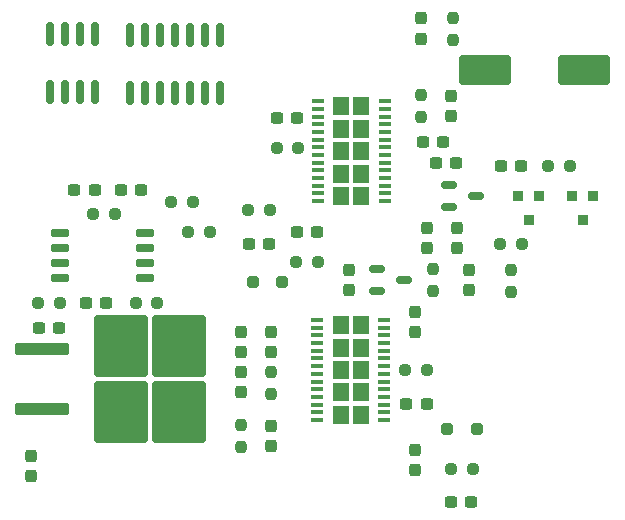
<source format=gtp>
%TF.GenerationSoftware,KiCad,Pcbnew,7.0.5*%
%TF.CreationDate,2024-08-01T11:48:32+09:00*%
%TF.ProjectId,Arduini-Sheild_L6470-rs485-canfd,41726475-696e-4692-9d53-6865696c645f,rev?*%
%TF.SameCoordinates,Original*%
%TF.FileFunction,Paste,Top*%
%TF.FilePolarity,Positive*%
%FSLAX46Y46*%
G04 Gerber Fmt 4.6, Leading zero omitted, Abs format (unit mm)*
G04 Created by KiCad (PCBNEW 7.0.5) date 2024-08-01 11:48:32*
%MOMM*%
%LPD*%
G01*
G04 APERTURE LIST*
G04 Aperture macros list*
%AMRoundRect*
0 Rectangle with rounded corners*
0 $1 Rounding radius*
0 $2 $3 $4 $5 $6 $7 $8 $9 X,Y pos of 4 corners*
0 Add a 4 corners polygon primitive as box body*
4,1,4,$2,$3,$4,$5,$6,$7,$8,$9,$2,$3,0*
0 Add four circle primitives for the rounded corners*
1,1,$1+$1,$2,$3*
1,1,$1+$1,$4,$5*
1,1,$1+$1,$6,$7*
1,1,$1+$1,$8,$9*
0 Add four rect primitives between the rounded corners*
20,1,$1+$1,$2,$3,$4,$5,0*
20,1,$1+$1,$4,$5,$6,$7,0*
20,1,$1+$1,$6,$7,$8,$9,0*
20,1,$1+$1,$8,$9,$2,$3,0*%
G04 Aperture macros list end*
%ADD10R,0.914400X0.914400*%
%ADD11RoundRect,0.237500X0.237500X-0.250000X0.237500X0.250000X-0.237500X0.250000X-0.237500X-0.250000X0*%
%ADD12RoundRect,0.237500X0.237500X-0.300000X0.237500X0.300000X-0.237500X0.300000X-0.237500X-0.300000X0*%
%ADD13RoundRect,0.237500X-0.237500X0.300000X-0.237500X-0.300000X0.237500X-0.300000X0.237500X0.300000X0*%
%ADD14RoundRect,0.237500X-0.300000X-0.237500X0.300000X-0.237500X0.300000X0.237500X-0.300000X0.237500X0*%
%ADD15RoundRect,0.237500X-0.237500X0.250000X-0.237500X-0.250000X0.237500X-0.250000X0.237500X0.250000X0*%
%ADD16RoundRect,0.237500X-0.250000X-0.237500X0.250000X-0.237500X0.250000X0.237500X-0.250000X0.237500X0*%
%ADD17RoundRect,0.250000X-2.050000X-0.300000X2.050000X-0.300000X2.050000X0.300000X-2.050000X0.300000X0*%
%ADD18RoundRect,0.250000X-2.025000X-2.375000X2.025000X-2.375000X2.025000X2.375000X-2.025000X2.375000X0*%
%ADD19RoundRect,0.150000X-0.512500X-0.150000X0.512500X-0.150000X0.512500X0.150000X-0.512500X0.150000X0*%
%ADD20RoundRect,0.150000X0.150000X-0.825000X0.150000X0.825000X-0.150000X0.825000X-0.150000X-0.825000X0*%
%ADD21RoundRect,0.237500X0.300000X0.237500X-0.300000X0.237500X-0.300000X-0.237500X0.300000X-0.237500X0*%
%ADD22RoundRect,0.250000X1.950000X1.000000X-1.950000X1.000000X-1.950000X-1.000000X1.950000X-1.000000X0*%
%ADD23RoundRect,0.250000X-0.250000X-0.250000X0.250000X-0.250000X0.250000X0.250000X-0.250000X0.250000X0*%
%ADD24R,1.400000X1.600000*%
%ADD25R,1.100000X0.400000*%
%ADD26RoundRect,0.150000X0.650000X0.150000X-0.650000X0.150000X-0.650000X-0.150000X0.650000X-0.150000X0*%
%ADD27RoundRect,0.250000X0.250000X0.250000X-0.250000X0.250000X-0.250000X-0.250000X0.250000X-0.250000X0*%
%ADD28RoundRect,0.237500X0.250000X0.237500X-0.250000X0.237500X-0.250000X-0.237500X0.250000X-0.237500X0*%
G04 APERTURE END LIST*
D10*
%TO.C,Q3*%
X156261000Y-67488000D03*
X154483000Y-67488000D03*
X155372000Y-69520000D03*
%TD*%
D11*
%TO.C,R18*%
X130988000Y-88720500D03*
X130988000Y-86895500D03*
%TD*%
D12*
%TO.C,C18*%
X140132000Y-75462500D03*
X140132000Y-73737500D03*
%TD*%
D13*
%TO.C,C21*%
X145720000Y-77293500D03*
X145720000Y-79018500D03*
%TD*%
D14*
%TO.C,C1*%
X113869500Y-78664000D03*
X115594500Y-78664000D03*
%TD*%
D15*
%TO.C,R13*%
X153848000Y-73791000D03*
X153848000Y-75616000D03*
%TD*%
D14*
%TO.C,C6*%
X135713500Y-70536000D03*
X137438500Y-70536000D03*
%TD*%
D13*
%TO.C,C16*%
X113208000Y-89485500D03*
X113208000Y-91210500D03*
%TD*%
D16*
%TO.C,R1*%
X126519500Y-70536000D03*
X128344500Y-70536000D03*
%TD*%
%TO.C,R3*%
X113819500Y-76543639D03*
X115644500Y-76543639D03*
%TD*%
D17*
%TO.C,U5*%
X114156675Y-80428966D03*
D18*
X120881675Y-80193966D03*
X120881675Y-85743966D03*
X125731675Y-80193966D03*
X125731675Y-85743966D03*
D17*
X114156675Y-85508966D03*
%TD*%
D16*
%TO.C,R4*%
X122092769Y-76506876D03*
X123917769Y-76506876D03*
%TD*%
%TO.C,R2*%
X118495000Y-69012000D03*
X120320000Y-69012000D03*
%TD*%
D10*
%TO.C,Q2*%
X160833000Y-67488000D03*
X159055000Y-67488000D03*
X159944000Y-69520000D03*
%TD*%
D16*
%TO.C,R11*%
X156999500Y-64948000D03*
X158824500Y-64948000D03*
%TD*%
D15*
%TO.C,R9*%
X146228000Y-58955500D03*
X146228000Y-60780500D03*
%TD*%
D16*
%TO.C,R6*%
X131599500Y-68667620D03*
X133424500Y-68667620D03*
%TD*%
D19*
%TO.C,D2*%
X148646500Y-66538000D03*
X148646500Y-68438000D03*
X150921500Y-67488000D03*
%TD*%
D20*
%TO.C,U3*%
X114859000Y-58722000D03*
X116129000Y-58722000D03*
X117399000Y-58722000D03*
X118669000Y-58722000D03*
X118669000Y-53772000D03*
X117399000Y-53772000D03*
X116129000Y-53772000D03*
X114859000Y-53772000D03*
%TD*%
D12*
%TO.C,C19*%
X150292000Y-75462500D03*
X150292000Y-73737500D03*
%TD*%
D14*
%TO.C,C20*%
X145001974Y-85097479D03*
X146726974Y-85097479D03*
%TD*%
D21*
%TO.C,C9*%
X154710500Y-64948000D03*
X152985500Y-64948000D03*
%TD*%
D22*
%TO.C,C11*%
X160080000Y-56820000D03*
X151680000Y-56820000D03*
%TD*%
D15*
%TO.C,R15*%
X147244000Y-73687500D03*
X147244000Y-75512500D03*
%TD*%
D21*
%TO.C,C8*%
X148106500Y-62916000D03*
X146381500Y-62916000D03*
%TD*%
D13*
%TO.C,C10*%
X149276000Y-70181500D03*
X149276000Y-71906500D03*
%TD*%
D20*
%TO.C,U2*%
X121590000Y-58787000D03*
X122860000Y-58787000D03*
X124130000Y-58787000D03*
X125400000Y-58787000D03*
X126670000Y-58787000D03*
X127940000Y-58787000D03*
X129210000Y-58787000D03*
X129210000Y-53837000D03*
X127940000Y-53837000D03*
X126670000Y-53837000D03*
X125400000Y-53837000D03*
X124130000Y-53837000D03*
X122860000Y-53837000D03*
X121590000Y-53837000D03*
%TD*%
D21*
%TO.C,C5*%
X149202057Y-64664663D03*
X147477057Y-64664663D03*
%TD*%
D12*
%TO.C,C26*%
X130988000Y-84098500D03*
X130988000Y-82373500D03*
%TD*%
D23*
%TO.C,D1*%
X131974637Y-74787833D03*
X134474637Y-74787833D03*
%TD*%
D14*
%TO.C,C4*%
X131649500Y-71552000D03*
X133374500Y-71552000D03*
%TD*%
D24*
%TO.C,U6*%
X141148000Y-86020000D03*
X141148000Y-84120000D03*
X141148000Y-82220000D03*
X141148000Y-80320000D03*
X141148000Y-78420000D03*
X139448000Y-86020000D03*
X139448000Y-84120000D03*
X139448000Y-82220000D03*
X139448000Y-80320000D03*
X139448000Y-78420000D03*
D25*
X143148000Y-86445000D03*
X143148000Y-85795000D03*
X143148000Y-85145000D03*
X143148000Y-84495000D03*
X143148000Y-83845000D03*
X143148000Y-83195000D03*
X143148000Y-82545000D03*
X143148000Y-81895000D03*
X143148000Y-81245000D03*
X143148000Y-80595000D03*
X143148000Y-79945000D03*
X143148000Y-79295000D03*
X143148000Y-78645000D03*
X143148000Y-77995000D03*
X137448000Y-77995000D03*
X137448000Y-78645000D03*
X137448000Y-79295000D03*
X137448000Y-79945000D03*
X137448000Y-80595000D03*
X137448000Y-81245000D03*
X137448000Y-81895000D03*
X137448000Y-82545000D03*
X137448000Y-83195000D03*
X137448000Y-83845000D03*
X137448000Y-84495000D03*
X137448000Y-85145000D03*
X137448000Y-85795000D03*
X137448000Y-86445000D03*
%TD*%
D15*
%TO.C,R10*%
X148933474Y-52428541D03*
X148933474Y-54253541D03*
%TD*%
D24*
%TO.C,U4*%
X139480000Y-59888000D03*
X139480000Y-61788000D03*
X139480000Y-63688000D03*
X139480000Y-65588000D03*
X139480000Y-67488000D03*
X141180000Y-59888000D03*
X141180000Y-61788000D03*
X141180000Y-63688000D03*
X141180000Y-65588000D03*
X141180000Y-67488000D03*
D25*
X137480000Y-59463000D03*
X137480000Y-60113000D03*
X137480000Y-60763000D03*
X137480000Y-61413000D03*
X137480000Y-62063000D03*
X137480000Y-62713000D03*
X137480000Y-63363000D03*
X137480000Y-64013000D03*
X137480000Y-64663000D03*
X137480000Y-65313000D03*
X137480000Y-65963000D03*
X137480000Y-66613000D03*
X137480000Y-67263000D03*
X137480000Y-67913000D03*
X143180000Y-67913000D03*
X143180000Y-67263000D03*
X143180000Y-66613000D03*
X143180000Y-65963000D03*
X143180000Y-65313000D03*
X143180000Y-64663000D03*
X143180000Y-64013000D03*
X143180000Y-63363000D03*
X143180000Y-62713000D03*
X143180000Y-62063000D03*
X143180000Y-61413000D03*
X143180000Y-60763000D03*
X143180000Y-60113000D03*
X143180000Y-59463000D03*
%TD*%
D16*
%TO.C,R16*%
X144911000Y-82220000D03*
X146736000Y-82220000D03*
%TD*%
D13*
%TO.C,C22*%
X145720000Y-88977500D03*
X145720000Y-90702500D03*
%TD*%
D19*
%TO.C,D4*%
X142550500Y-73650000D03*
X142550500Y-75550000D03*
X144825500Y-74600000D03*
%TD*%
D26*
%TO.C,U1*%
X122904000Y-74473000D03*
X122904000Y-73203000D03*
X122904000Y-71933000D03*
X122904000Y-70663000D03*
X115704000Y-70663000D03*
X115704000Y-71933000D03*
X115704000Y-73203000D03*
X115704000Y-74473000D03*
%TD*%
D13*
%TO.C,C12*%
X146736000Y-70181500D03*
X146736000Y-71906500D03*
%TD*%
D12*
%TO.C,C14*%
X146228000Y-54183026D03*
X146228000Y-52458026D03*
%TD*%
D27*
%TO.C,D3*%
X150982296Y-87227686D03*
X148482296Y-87227686D03*
%TD*%
D15*
%TO.C,R17*%
X133528000Y-82427000D03*
X133528000Y-84252000D03*
%TD*%
D16*
%TO.C,R12*%
X152935500Y-71552000D03*
X154760500Y-71552000D03*
%TD*%
D14*
%TO.C,C15*%
X117872073Y-76506876D03*
X119597073Y-76506876D03*
%TD*%
%TO.C,C3*%
X120800696Y-66980000D03*
X122525696Y-66980000D03*
%TD*%
D16*
%TO.C,R5*%
X125099000Y-67996000D03*
X126924000Y-67996000D03*
%TD*%
D28*
%TO.C,R7*%
X137488500Y-73076000D03*
X135663500Y-73076000D03*
%TD*%
D12*
%TO.C,C25*%
X130988000Y-80713347D03*
X130988000Y-78988347D03*
%TD*%
%TO.C,C23*%
X133528000Y-80696000D03*
X133528000Y-78971000D03*
%TD*%
D28*
%TO.C,R14*%
X150628000Y-90578000D03*
X148803000Y-90578000D03*
%TD*%
D13*
%TO.C,C27*%
X133528000Y-86945500D03*
X133528000Y-88670500D03*
%TD*%
D28*
%TO.C,R8*%
X135861000Y-63424000D03*
X134036000Y-63424000D03*
%TD*%
D21*
%TO.C,C7*%
X135764875Y-60884000D03*
X134039875Y-60884000D03*
%TD*%
D12*
%TO.C,C13*%
X148768000Y-60730500D03*
X148768000Y-59005500D03*
%TD*%
D21*
%TO.C,C17*%
X150493000Y-93396000D03*
X148768000Y-93396000D03*
%TD*%
%TO.C,C2*%
X118618098Y-66980000D03*
X116893098Y-66980000D03*
%TD*%
M02*

</source>
